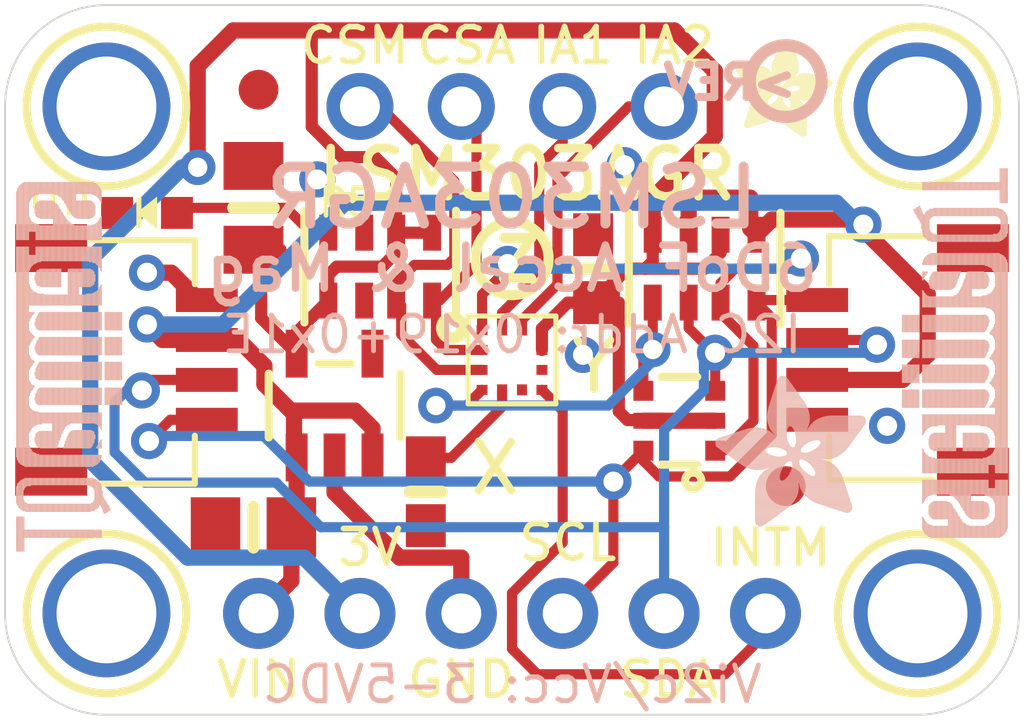
<source format=kicad_pcb>
(kicad_pcb (version 20211014) (generator pcbnew)
  (layers (0 "F.Cu" signal) (31 "B.Cu" signal) (34 "B.Paste" user) (35 "F.Paste" user) (36 "B.SilkS" user "B.Silkscreen") (37 "F.SilkS" user "F.Silkscreen") (38 "B.Mask" user) (39 "F.Mask" user) (44 "Edge.Cuts" user))
  (net 0 "")
  (net 1 "GND")
  (net 2 "SDA")
  (net 3 "SCL")
  (net 4 "SCL_3V")
  (net 5 "SDA_3V")
  (net 6 "3.3V")
  (net 7 "VCC")
  (net 8 "N$1")
  (net 9 "INTM_3V")
  (net 10 "INT2A_3V")
  (net 11 "INT1A_3V")
  (net 12 "N$2")
  (net 13 "CS_MAG")
  (net 14 "CS_ACCEL")
  (footprint "boardEagle:FIDUCIAL_1MM" (layer "F.Cu") (at 142.1511 98.2345)
    (fp_text reference "FID4" hide)
    (fp_text value "FIDUCIAL_1MM" hide)
    (pad "1" smd roundrect (at 0 0) (size 1 1) (layers "F.Cu" "F.Mask") (roundrect_rratio 0.5))
  )
  (footprint "boardEagle:MOUNTINGHOLE_2.5_PLATED" (layer "F.Cu") (at 158.6611 111.3536)
    (fp_text reference "U$21" hide)
    (fp_text value "MOUNTINGHOLE2.5" hide)
    (pad "P$1" thru_hole circle (at 0 0) (size 3.2 3.2) (drill 2.5) (layers *.Cu *.Mask))
  )
  (footprint "boardEagle:0805_10MGAP" (layer "F.Cu") (at 142.0241 101.1936 90)
    (fp_text reference "C3" hide)
    (fp_text value "10uF" hide)
    (pad "1" smd rect (at -1.05 0 90) (size 1.2 1.5) (layers "F.Cu" "F.Paste" "F.Mask") (net 6 "3.3V"))
    (pad "2" smd rect (at 1.05 0 90) (size 1.2 1.5) (layers "F.Cu" "F.Paste" "F.Mask") (net 1 "GND"))
  )
  (footprint "boardEagle:0603-NO@1" (layer "F.Cu") (at 146.3421 108.3056 -90)
    (fp_text reference "C4" hide)
    (fp_text value "220nF" hide)
    (pad "1" smd rect (at -0.85 0 270) (size 1.075 1) (layers "F.Cu" "F.Paste" "F.Mask") (net 12 "N$2"))
    (pad "2" smd rect (at 0.85 0 270) (size 1.075 1) (layers "F.Cu" "F.Paste" "F.Mask") (net 1 "GND"))
  )
  (footprint "boardEagle:CHIPLED_0603_NOOUTLINE" (layer "F.Cu") (at 139.3571 101.3206 90)
    (fp_text reference "D1" hide)
    (fp_text value "GREEN" hide)
    (pad "A" smd rect (at 0 0.75 90) (size 0.8 0.8) (layers "F.Cu" "F.Paste" "F.Mask") (net 8 "N$1"))
    (pad "C" smd rect (at 0 -0.75 90) (size 0.8 0.8) (layers "F.Cu" "F.Paste" "F.Mask") (net 1 "GND"))
  )
  (footprint "boardEagle:RESPACK_4X0603" (layer "F.Cu") (at 145.1991 102.6668)
    (fp_text reference "R5" (at -1.6 -1.6) (layer "F.SilkS") (effects (font (size 0.692831 0.692831) (thickness 0.119969)) (justify left)))
    (fp_text value "10K")
    (pad "1" smd rect (at -1.3 0.85) (size 0.45 0.9) (layers "F.Cu" "F.Paste" "F.Mask") (net 6 "3.3V"))
    (pad "2" smd rect (at -0.4 0.85) (size 0.45 0.9) (layers "F.Cu" "F.Paste" "F.Mask"))
    (pad "3" smd rect (at 0.4 0.85) (size 0.45 0.9) (layers "F.Cu" "F.Paste" "F.Mask") (net 13 "CS_MAG"))
    (pad "4" smd rect (at 1.3 0.85) (size 0.45 0.9) (layers "F.Cu" "F.Paste" "F.Mask") (net 14 "CS_ACCEL"))
    (pad "5" smd rect (at 1.3 -0.85) (size 0.45 0.9) (layers "F.Cu" "F.Paste" "F.Mask") (net 6 "3.3V"))
    (pad "6" smd rect (at 0.4 -0.85) (size 0.45 0.9) (layers "F.Cu" "F.Paste" "F.Mask") (net 6 "3.3V"))
    (pad "7" smd rect (at -0.4 -0.85) (size 0.45 0.9) (layers "F.Cu" "F.Paste" "F.Mask"))
    (pad "8" smd rect (at -1.3 -0.85) (size 0.45 0.9) (layers "F.Cu" "F.Paste" "F.Mask") (net 8 "N$1"))
  )
  (footprint "boardEagle:1X04_ROUND" (layer "F.Cu") (at 148.5011 98.6536)
    (fp_text reference "JP3" hide)
    (fp_text value "")
    (pad "1" thru_hole circle (at -3.81 0 90) (size 1.6764 1.6764) (drill 1) (layers *.Cu *.Mask) (net 13 "CS_MAG"))
    (pad "2" thru_hole circle (at -1.27 0 90) (size 1.6764 1.6764) (drill 1) (layers *.Cu *.Mask) (net 14 "CS_ACCEL"))
    (pad "3" thru_hole circle (at 1.27 0 90) (size 1.6764 1.6764) (drill 1) (layers *.Cu *.Mask) (net 11 "INT1A_3V"))
    (pad "4" thru_hole circle (at 3.81 0 90) (size 1.6764 1.6764) (drill 1) (layers *.Cu *.Mask) (net 10 "INT2A_3V"))
  )
  (footprint "boardEagle:SOT23-5" (layer "F.Cu") (at 144.0561 106.1466)
    (fp_text reference "U2" hide)
    (fp_text value "AP2112K-3.3" hide)
    (pad "1" smd rect (at -0.95 1.3001) (size 0.55 1.2) (layers "F.Cu" "F.Paste" "F.Mask") (net 7 "VCC"))
    (pad "2" smd rect (at 0 1.3001) (size 0.55 1.2) (layers "F.Cu" "F.Paste" "F.Mask") (net 1 "GND"))
    (pad "3" smd rect (at 0.95 1.3001) (size 0.55 1.2) (layers "F.Cu" "F.Paste" "F.Mask") (net 7 "VCC"))
    (pad "4" smd rect (at 0.95 -1.3001) (size 0.55 1.2) (layers "F.Cu" "F.Paste" "F.Mask"))
    (pad "5" smd rect (at -0.95 -1.3001) (size 0.55 1.2) (layers "F.Cu" "F.Paste" "F.Mask") (net 6 "3.3V"))
  )
  (footprint "boardEagle:JST_SH4" (layer "F.Cu") (at 138.3411 105.0036 -90)
    (fp_text reference "CONN4" hide)
    (fp_text value "STEMMA_I2C_QT" hide)
    (pad "1" smd rect (at -1.5 -2.514) (size 1.55 0.6) (layers "F.Cu" "F.Paste" "F.Mask") (net 1 "GND"))
    (pad "2" smd rect (at -0.5 -2.514) (size 1.55 0.6) (layers "F.Cu" "F.Paste" "F.Mask") (net 7 "VCC"))
    (pad "3" smd rect (at 0.5 -2.514) (size 1.55 0.6) (layers "F.Cu" "F.Paste" "F.Mask") (net 2 "SDA"))
    (pad "4" smd rect (at 1.5 -2.514) (size 1.55 0.6) (layers "F.Cu" "F.Paste" "F.Mask") (net 3 "SCL"))
    (pad "MT1" smd rect (at -2.8 1.386) (size 1.8 1.2) (layers "F.Cu" "F.Paste" "F.Mask"))
    (pad "MT2" smd rect (at 2.8 1.386) (size 1.8 1.2) (layers "F.Cu" "F.Paste" "F.Mask"))
  )
  (footprint "boardEagle:SOT363" (layer "F.Cu") (at 152.6921 106.5276 90)
    (fp_text reference "Q2" hide)
    (fp_text value "BSS138" hide)
    (pad "1" smd rect (at -0.75 0.9 90) (size 0.5 0.5) (layers "F.Cu" "F.Paste" "F.Mask") (net 4 "SCL_3V"))
    (pad "2" smd rect (at 0 0.9 90) (size 0.4 0.5) (layers "F.Cu" "F.Paste" "F.Mask") (net 6 "3.3V"))
    (pad "3" smd rect (at 0.75 0.9 90) (size 0.5 0.5) (layers "F.Cu" "F.Paste" "F.Mask") (net 2 "SDA"))
    (pad "4" smd rect (at 0.75 -0.9 90) (size 0.5 0.5) (layers "F.Cu" "F.Paste" "F.Mask") (net 5 "SDA_3V"))
    (pad "5" smd rect (at 0 -0.9 90) (size 0.4 0.5) (layers "F.Cu" "F.Paste" "F.Mask") (net 6 "3.3V"))
    (pad "6" smd rect (at -0.75 -0.9 90) (size 0.5 0.5) (layers "F.Cu" "F.Paste" "F.Mask") (net 3 "SCL"))
  )
  (footprint "boardEagle:JST_SH4" (layer "F.Cu") (at 158.6611 105.0036 90)
    (fp_text reference "CONN3" hide)
    (fp_text value "STEMMA_I2C_QT" hide)
    (pad "1" smd rect (at -1.5 -2.514 180) (size 1.55 0.6) (layers "F.Cu" "F.Paste" "F.Mask") (net 1 "GND"))
    (pad "2" smd rect (at -0.5 -2.514 180) (size 1.55 0.6) (layers "F.Cu" "F.Paste" "F.Mask") (net 7 "VCC"))
    (pad "3" smd rect (at 0.5 -2.514 180) (size 1.55 0.6) (layers "F.Cu" "F.Paste" "F.Mask") (net 2 "SDA"))
    (pad "4" smd rect (at 1.5 -2.514 180) (size 1.55 0.6) (layers "F.Cu" "F.Paste" "F.Mask") (net 3 "SCL"))
    (pad "MT1" smd rect (at -2.8 1.386 180) (size 1.8 1.2) (layers "F.Cu" "F.Paste" "F.Mask"))
    (pad "MT2" smd rect (at 2.8 1.386 180) (size 1.8 1.2) (layers "F.Cu" "F.Paste" "F.Mask"))
  )
  (footprint "boardEagle:1X06_ROUND_70" (layer "F.Cu") (at 148.5011 111.3536)
    (fp_text reference "JP1" hide)
    (fp_text value "")
    (pad "1" thru_hole circle (at -6.35 0 90) (size 1.778 1.778) (drill 1) (layers *.Cu *.Mask) (net 7 "VCC"))
    (pad "2" thru_hole circle (at -3.81 0 90) (size 1.778 1.778) (drill 1) (layers *.Cu *.Mask) (net 6 "3.3V"))
    (pad "3" thru_hole circle (at -1.27 0 90) (size 1.778 1.778) (drill 1) (layers *.Cu *.Mask) (net 1 "GND"))
    (pad "4" thru_hole circle (at 1.27 0 90) (size 1.778 1.778) (drill 1) (layers *.Cu *.Mask) (net 3 "SCL"))
    (pad "5" thru_hole circle (at 3.81 0 90) (size 1.778 1.778) (drill 1) (layers *.Cu *.Mask) (net 2 "SDA"))
    (pad "6" thru_hole circle (at 6.35 0 90) (size 1.778 1.778) (drill 1) (layers *.Cu *.Mask) (net 9 "INTM_3V"))
  )
  (footprint "boardEagle:RESPACK_4X0603" (layer "F.Cu") (at 153.3271 102.7176 180)
    (fp_text reference "R3" hide)
    (fp_text value "10K" hide)
    (pad "1" smd rect (at -1.3 0.85 180) (size 0.45 0.9) (layers "F.Cu" "F.Paste" "F.Mask") (net 7 "VCC"))
    (pad "2" smd rect (at -0.4 0.85 180) (size 0.45 0.9) (layers "F.Cu" "F.Paste" "F.Mask") (net 6 "3.3V"))
    (pad "3" smd rect (at 0.4 0.85 180) (size 0.45 0.9) (layers "F.Cu" "F.Paste" "F.Mask") (net 7 "VCC"))
    (pad "4" smd rect (at 1.3 0.85 180) (size 0.45 0.9) (layers "F.Cu" "F.Paste" "F.Mask") (net 6 "3.3V"))
    (pad "5" smd rect (at 1.3 -0.85 180) (size 0.45 0.9) (layers "F.Cu" "F.Paste" "F.Mask") (net 5 "SDA_3V"))
    (pad "6" smd rect (at 0.4 -0.85 180) (size 0.45 0.9) (layers "F.Cu" "F.Paste" "F.Mask") (net 2 "SDA"))
    (pad "7" smd rect (at -0.4 -0.85 180) (size 0.45 0.9) (layers "F.Cu" "F.Paste" "F.Mask") (net 4 "SCL_3V"))
    (pad "8" smd rect (at -1.3 -0.85 180) (size 0.45 0.9) (layers "F.Cu" "F.Paste" "F.Mask") (net 3 "SCL"))
  )
  (footprint "boardEagle:MOUNTINGHOLE_2.5_PLATED" (layer "F.Cu") (at 158.6611 98.6536)
    (fp_text reference "U$17" hide)
    (fp_text value "MOUNTINGHOLE2.5" hide)
    (pad "P$1" thru_hole circle (at 0 0) (size 3.2 3.2) (drill 2.5) (layers *.Cu *.Mask))
  )
  (footprint "boardEagle:0805-NO" (layer "F.Cu") (at 142.0241 109.1946 180)
    (fp_text reference "C2" hide)
    (fp_text value "10uF" hide)
    (pad "1" smd rect (at -0.95 0 180) (size 1.24 1.5) (layers "F.Cu" "F.Paste" "F.Mask") (net 7 "VCC"))
    (pad "2" smd rect (at 0.95 0 180) (size 1.24 1.5) (layers "F.Cu" "F.Paste" "F.Mask") (net 1 "GND"))
  )
  (footprint "boardEagle:MOUNTINGHOLE_2.5_PLATED" (layer "F.Cu") (at 138.3411 98.6536)
    (fp_text reference "U$1" hide)
    (fp_text value "MOUNTINGHOLE2.5" hide)
    (pad "P$1" thru_hole circle (at 0 0) (size 3.2 3.2) (drill 2.5) (layers *.Cu *.Mask))
  )
  (footprint "boardEagle:FIDUCIAL_1MM" (layer "F.Cu") (at 155.3591 108.1659)
    (fp_text reference "FID3" hide)
    (fp_text value "FIDUCIAL_1MM" hide)
    (pad "1" smd roundrect (at 0 0) (size 1 1) (layers "F.Cu" "F.Mask") (roundrect_rratio 0.5))
  )
  (footprint "boardEagle:0603-NO@1" (layer "F.Cu") (at 150.5331 102.7176 90)
    (fp_text reference "C1" hide)
    (fp_text value "0.1uF" hide)
    (pad "1" smd rect (at -0.85 0 90) (size 1.075 1) (layers "F.Cu" "F.Paste" "F.Mask") (net 6 "3.3V"))
    (pad "2" smd rect (at 0.85 0 90) (size 1.075 1) (layers "F.Cu" "F.Paste" "F.Mask") (net 1 "GND"))
  )
  (footprint "boardEagle:LGA12_2X2MM" (layer "F.Cu") (at 148.5011 105.0036)
    (fp_text reference "U$2" hide)
    (fp_text value "LSM303AGR" hide)
    (pad "1" smd rect (at -0.75 -0.75) (size 0.275 0.25) (layers "F.Cu" "F.Paste" "F.Mask") (net 4 "SCL_3V"))
    (pad "2" smd rect (at -0.75 -0.25) (size 0.275 0.25) (layers "F.Cu" "F.Paste" "F.Mask") (net 14 "CS_ACCEL"))
    (pad "3" smd rect (at -0.75 0.25) (size 0.275 0.25) (layers "F.Cu" "F.Paste" "F.Mask") (net 13 "CS_MAG"))
    (pad "4" smd rect (at -0.75 0.75) (size 0.275 0.25) (layers "F.Cu" "F.Paste" "F.Mask") (net 5 "SDA_3V"))
    (pad "5" smd rect (at -0.25 0.75 90) (size 0.275 0.25) (layers "F.Cu" "F.Paste" "F.Mask") (net 12 "N$2"))
    (pad "6" smd rect (at 0.25 0.75 90) (size 0.275 0.25) (layers "F.Cu" "F.Paste" "F.Mask") (net 1 "GND"))
    (pad "7" smd rect (at 0.75 0.75 180) (size 0.275 0.25) (layers "F.Cu" "F.Paste" "F.Mask") (net 9 "INTM_3V"))
    (pad "8" smd rect (at 0.75 0.25 180) (size 0.275 0.25) (layers "F.Cu" "F.Paste" "F.Mask") (net 1 "GND"))
    (pad "9" smd rect (at 0.75 -0.25 180) (size 0.275 0.25) (layers "F.Cu" "F.Paste" "F.Mask") (net 6 "3.3V"))
    (pad "10" smd rect (at 0.75 -0.75 180) (size 0.275 0.25) (layers "F.Cu" "F.Paste" "F.Mask") (net 6 "3.3V"))
    (pad "11" smd rect (at 0.25 -0.75 270) (size 0.275 0.25) (layers "F.Cu" "F.Paste" "F.Mask") (net 10 "INT2A_3V"))
    (pad "12" smd rect (at -0.25 -0.75 270) (size 0.275 0.25) (layers "F.Cu" "F.Paste" "F.Mask") (net 11 "INT1A_3V"))
  )
  (footprint "boardEagle:MOUNTINGHOLE_2.5_PLATED" (layer "F.Cu") (at 138.3411 111.3536)
    (fp_text reference "U$19" hide)
    (fp_text value "MOUNTINGHOLE2.5" hide)
    (pad "P$1" thru_hole circle (at 0 0) (size 3.2 3.2) (drill 2.5) (layers *.Cu *.Mask))
  )
  (footprint "boardEagle:ADAFRUIT_2.5MM" (layer "F.Cu") (at 154.0891 99.4156)
    (fp_text reference "U$40" hide)
    (fp_text value "" hide)
  )
  (footprint "boardEagle:STEMMAQT" (layer "B.Cu") (at 138.7221 100.5586 -90)
    (fp_text reference "U$31" hide)
    (fp_text value "" hide)
  )
  (footprint "boardEagle:ADAFRUIT_3.5MM" (layer "B.Cu") (at 157.3911 109.1946 180)
    (fp_text reference "U$20" hide)
    (fp_text value "" hide)
  )
  (footprint "boardEagle:STEMMAQT" (layer "B.Cu") (at 158.2801 109.4486 90)
    (fp_text reference "U$30" hide)
    (fp_text value "" hide)
  )
  (footprint "boardEagle:PCBFEAT-REV-040" (layer "B.Cu") (at 155.3591 98.0186 180)
    (fp_text reference "U$25" hide)
    (fp_text value "" hide)
    (fp_text user ">REV" (at -0.3556 -0.508) (layer "B.SilkS") (effects (font (size 0.8128 0.8128) (thickness 0.2032)) (justify left bottom mirror)))
  )
  (gr_circle (center 148.5011 102.4636) (end 149.416909 102.4636) (layer "F.SilkS") (width 0.254) (fill none))
  (gr_arc (start 161.2011 111.3536) (mid 160.457151 113.149651) (end 158.6611 113.8936) (layer "Edge.Cuts") (width 0.05))
  (gr_arc (start 135.8011 98.6536) (mid 136.545049 96.857549) (end 138.3411 96.1136) (layer "Edge.Cuts") (width 0.05))
  (gr_line (start 138.3411 113.8936) (end 158.6611 113.8936) (layer "Edge.Cuts") (width 0.05))
  (gr_line (start 158.6611 96.1136) (end 138.3411 96.1136) (layer "Edge.Cuts") (width 0.05))
  (gr_arc (start 138.3411 113.8936) (mid 136.545049 113.149651) (end 135.8011 111.3536) (layer "Edge.Cuts") (width 0.05))
  (gr_line (start 161.2011 111.3536) (end 161.2011 98.6536) (layer "Edge.Cuts") (width 0.05))
  (gr_line (start 135.8011 98.6536) (end 135.8011 111.3536) (layer "Edge.Cuts") (width 0.05))
  (gr_arc (start 158.6611 96.1136) (mid 160.457151 96.857549) (end 161.2011 98.6536) (layer "Edge.Cuts") (width 0.05))
  (gr_text "6DoF Accel & Mag" (at 148.5011 102.7176) (layer "B.SilkS") (effects (font (size 1.0795 1.0795) (thickness 0.1905)) (justify mirror)))
  (gr_text "I2C Addr: 0x19+0x1E" (at 148.5011 104.3686) (layer "B.SilkS") (effects (font (size 0.89408 0.89408) (thickness 0.12192)) (justify mirror)))
  (gr_text "LSM303AGR" (at 148.5011 100.9396) (layer "B.SilkS") (effects (font (size 1.42494 1.42494) (thickness 0.25146)) (justify mirror)))
  (gr_text "Vi2c/Vcc: 3-5VDC" (at 148.5011 113.1316) (layer "B.SilkS") (effects (font (size 0.89408 0.89408) (thickness 0.12192)) (justify mirror)))
  (gr_text "Y" (at 149.8981 105.8926) (layer "F.SilkS") (effects (font (size 1.223264 1.223264) (thickness 0.199136)) (justify left bottom)))
  (gr_text "IA1" (at 150.0251 97.1296) (layer "F.SilkS") (effects (font (size 0.87376 0.87376) (thickness 0.14224))))
  (gr_text "GND" (at 147.2311 113.0046) (layer "F.SilkS") (effects (font (size 0.87376 0.87376) (thickness 0.14224))))
  (gr_text "IA2" (at 152.5651 97.1296) (layer "F.SilkS") (effects (font (size 0.87376 0.87376) (thickness 0.14224))))
  (gr_text "SDA" (at 152.4381 113.0046) (layer "F.SilkS") (effects (font (size 0.87376 0.87376) (thickness 0.14224))))
  (gr_text "INTM" (at 154.9781 109.7026) (layer "F.SilkS") (effects (font (size 0.87376 0.87376) (thickness 0.14224))))
  (gr_text "SCL" (at 149.8981 109.5756) (layer "F.SilkS") (effects (font (size 0.87376 0.87376) (thickness 0.14224))))
  (gr_text "3V" (at 144.9451 109.7026) (layer "F.SilkS") (effects (font (size 0.87376 0.87376) (thickness 0.14224))))
  (gr_text "Z" (at 147.9931 103.0986) (layer "F.SilkS") (effects (font (size 1.016 1.016) (thickness 0.254)) (justify left bottom)))
  (gr_text "CSA" (at 147.3581 97.1296) (layer "F.SilkS") (effects (font (size 0.87376 0.87376) (thickness 0.14224))))
  (gr_text "CSM" (at 144.5641 97.1296) (layer "F.SilkS") (effects (font (size 0.87376 0.87376) (thickness 0.14224))))
  (gr_text "on" (at 136.3091 101.4476) (layer "F.SilkS") (effects (font (size 0.89408 0.89408) (thickness 0.12192)) (justify left bottom)))
  (gr_text "X" (at 147.3581 108.4326) (layer "F.SilkS") (effects (font (size 1.223264 1.223264) (thickness 0.199136)) (justify left bottom)))
  (gr_text "VIN" (at 142.1511 113.0046) (layer "F.SilkS") (effects (font (size 0.87376 0.87376) (thickness 0.14224))))
  (gr_text "LSM303AGR" (at 148.8821 100.3554) (layer "F.SilkS") (effects (font (size 1.20904 1.20904) (thickness 0.21336))))
  (segment (start 145.685262 109.9566) (end 147.2311 109.9566) (width 0.4064) (layer "F.Cu") (net 1))
  (segment (start 144.0561 107.4467) (end 144.0561 108.327438) (width 0.4064) (layer "F.Cu") (net 1))
  (segment (start 144.0561 108.327438) (end 145.685262 109.9566) (width 0.4064) (layer "F.Cu") (net 1))
  (segment (start 147.2311 109.9566) (end 147.2311 111.3536) (width 0.4064) (layer "F.Cu") (net 1))
  (segment (start 139.9667 102.8192) (end 139.3571 102.8192) (width 0.4064) (layer "F.Cu") (net 1))
  (segment (start 140.8551 103.5036) (end 140.6511 103.5036) (width 0.4064) (layer "F.Cu") (net 1))
  (segment (start 140.6511 103.5036) (end 139.9667 102.8192) (width 0.4064) (layer "F.Cu") (net 1))
  (via (at 143.6243 100.4824) (size 0.9064) (drill 0.5) (layers "F.Cu" "B.Cu") (net 1))
  (via (at 157.8991 106.6546) (size 0.9064) (drill 0.5) (layers "F.Cu" "B.Cu") (net 1))
  (via (at 151.3205 100.1268) (size 0.9064) (drill 0.5) (layers "F.Cu" "B.Cu") (net 1))
  (via (at 150.2791 104.8766) (size 0.9064) (drill 0.5) (layers "F.Cu" "B.Cu") (net 1))
  (via (at 139.3571 102.8192) (size 0.9064) (drill 0.5) (layers "F.Cu" "B.Cu") (net 1))
  (segment (start 153.5875 104.8258) (end 153.5875 104.7616) (width 0.254) (layer "F.Cu") (net 2))
  (segment (start 153.5921 104.7616) (end 153.5921 105.7776) (width 0.254) (layer "F.Cu") (net 2))
  (segment (start 153.5503 104.8258) (end 152.9271 104.2026) (width 0.254) (layer "F.Cu") (net 2))
  (segment (start 140.8551 105.5036) (end 139.227306 105.5036) (width 0.254) (layer "F.Cu") (net 2))
  (segment (start 139.227306 105.5036) (end 139.227306 105.768394) (width 0.254) (layer "F.Cu") (net 2))
  (segment (start 156.1471 104.5036) (end 157.5261 104.5036) (width 0.254) (layer "F.Cu") (net 2))
  (segment (start 153.5921 104.7616) (end 153.5875 104.7616) (width 0.254) (layer "F.Cu") (net 2))
  (segment (start 152.9271 103.5676) (end 152.9271 104.2026) (width 0.254) (layer "F.Cu") (net 2))
  (segment (start 157.5261 104.5036) (end 157.6451 104.6226) (width 0.254) (layer "F.Cu") (net 2))
  (segment (start 153.5875 104.8258) (end 153.5503 104.8258) (width 0.254) (layer "F.Cu") (net 2))
  (via (at 153.5875 104.8258) (size 0.9064) (drill 0.5) (layers "F.Cu" "B.Cu") (net 2))
  (via (at 139.227306 105.768394) (size 0.9064) (drill 0.5) (layers "F.Cu" "B.Cu") (net 2))
  (via (at 157.6451 104.6226) (size 0.9064) (drill 0.5) (layers "F.Cu" "B.Cu") (net 2))
  (segment (start 139.3063 108.077) (end 142.5926 108.077) (width 0.254) (layer "B.Cu") (net 2))
  (segment (start 153.3081 105.7656) (end 152.3111 106.7626) (width 0.254) (layer "B.Cu") (net 2))
  (segment (start 138.5443 106.0704) (end 138.5443 107.315) (width 0.254) (layer "B.Cu") (net 2))
  (segment (start 157.6451 104.6226) (end 157.4419 104.8258) (width 0.254) (layer "B.Cu") (net 2))
  (segment (start 153.5113 104.8258) (end 153.3081 105.029) (width 0.254) (layer "B.Cu") (net 2))
  (segment (start 139.201906 105.742994) (end 138.871706 105.742994) (width 0.254) (layer "B.Cu") (net 2))
  (segment (start 152.3111 106.7626) (end 152.3111 109.1946) (width 0.254) (layer "B.Cu") (net 2))
  (segment (start 157.4419 104.8258) (end 153.5875 104.8258) (width 0.254) (layer "B.Cu") (net 2))
  (segment (start 153.3081 105.029) (end 153.3081 105.7656) (width 0.254) (layer "B.Cu") (net 2))
  (segment (start 139.227306 105.768394) (end 139.201906 105.742994) (width 0.254) (layer "B.Cu") (net 2))
  (segment (start 152.3111 109.1946) (end 152.3111 111.3536) (width 0.254) (layer "B.Cu") (net 2))
  (segment (start 143.7102 109.1946) (end 152.3111 109.1946) (width 0.254) (layer "B.Cu") (net 2))
  (segment (start 138.5443 107.315) (end 139.3063 108.077) (width 0.254) (layer "B.Cu") (net 2))
  (segment (start 142.5926 108.077) (end 143.7102 109.1946) (width 0.254) (layer "B.Cu") (net 2))
  (segment (start 153.5875 104.8258) (end 153.5113 104.8258) (width 0.254) (layer "B.Cu") (net 2))
  (segment (start 138.871706 105.742994) (end 138.5443 106.0704) (width 0.254) (layer "B.Cu") (net 2))
  (segment (start 151.7921 107.2776) (end 151.0411 108.0286) (width 0.254) (layer "F.Cu") (net 3))
  (segment (start 155.0081 103.9486) (end 155.0081 106.8786) (width 0.254) (layer "F.Cu") (net 3))
  (segment (start 139.9399 106.5036) (end 139.4079 107.0356) (width 0.254) (layer "F.Cu") (net 3))
  (segment (start 151.0411 108.0516) (end 151.0411 108.0286) (width 0.254) (layer "F.Cu") (net 3))
  (segment (start 140.8551 106.5036) (end 139.9399 106.5036) (width 0.254) (layer "F.Cu") (net 3))
  (segment (start 151.0411 110.0836) (end 149.7711 111.3536) (width 0.254) (layer "F.Cu") (net 3))
  (segment (start 151.7916 107.5321) (end 151.7916 107.2781) (width 0.254) (layer "F.Cu") (net 3))
  (segment (start 154.6271 103.5676) (end 155.0081 103.9486) (width 0.254) (layer "F.Cu") (net 3))
  (segment (start 151.0411 108.0516) (end 151.0411 110.0836) (width 0.254) (layer "F.Cu") (net 3))
  (segment (start 155.0081 106.8786) (end 153.9621 107.9246) (width 0.254) (layer "F.Cu") (net 3))
  (segment (start 152.1841 107.9246) (end 151.7916 107.5321) (width 0.254) (layer "F.Cu") (net 3))
  (segment (start 151.7921 107.2776) (end 151.7916 107.2781) (width 0.254) (layer "F.Cu") (net 3))
  (segment (start 154.6911 103.5036) (end 154.6271 103.5676) (width 0.254) (layer "F.Cu") (net 3))
  (segment (start 156.1471 103.5036) (end 154.6911 103.5036) (width 0.254) (layer "F.Cu") (net 3))
  (segment (start 153.9621 107.9246) (end 152.1841 107.9246) (width 0.254) (layer "F.Cu") (net 3))
  (via (at 151.0411 108.0516) (size 0.9064) (drill 0.5) (layers "F.Cu" "B.Cu") (net 3))
  (via (at 139.4079 107.0356) (size 0.9064) (drill 0.5) (layers "F.Cu" "B.Cu") (net 3))
  (segment (start 151.0411 108.0516) (end 143.4211 108.0516) (width 0.254) (layer "B.Cu") (net 3))
  (segment (start 139.4079 107.0356) (end 139.5349 106.9086) (width 0.254) (layer "B.Cu") (net 3))
  (segment (start 143.4211 108.0516) (end 142.2781 106.9086) (width 0.254) (layer "B.Cu") (net 3))
  (segment (start 142.2781 106.9086) (end 139.5349 106.9086) (width 0.254) (layer "B.Cu") (net 3))
  (segment (start 153.5921 107.2776) (end 153.8009 107.2776) (width 0.254) (layer "F.Cu") (net 4))
  (segment (start 148.3908 102.7249) (end 147.7511 103.3646) (width 0.254) (layer "F.Cu") (net 4))
  (segment (start 147.7511 104.2536) (end 147.7511 103.3646) (width 0.254) (layer "F.Cu") (net 4))
  (segment (start 155.4861 102.7176) (end 155.7401 102.4636) (width 0.254) (layer "F.Cu") (net 4))
  (segment (start 153.7271 103.5676) (end 153.7271 103.0796) (width 0.254) (layer "F.Cu") (net 4))
  (segment (start 153.7271 103.8288) (end 154.5509 104.6526) (width 0.254) (layer "F.Cu") (net 4))
  (segment (start 153.7271 103.0796) (end 154.0891 102.7176) (width 0.254) (layer "F.Cu") (net 4))
  (segment (start 154.5509 104.6526) (end 154.5509 106.5276) (width 0.254) (layer "F.Cu") (net 4))
  (segment (start 154.5509 106.5276) (end 153.8009 107.2776) (width 0.254) (layer "F.Cu") (net 4))
  (segment (start 153.7271 103.5676) (end 153.7271 103.8288) (width 0.254) (layer "F.Cu") (net 4))
  (segment (start 155.4861 102.7176) (end 154.0891 102.7176) (width 0.254) (layer "F.Cu") (net 4))
  (segment (start 148.3908 102.5906) (end 148.3908 102.7249) (width 0.254) (layer "F.Cu") (net 4))
  (via (at 148.3908 102.5906) (size 0.889) (drill 0.4826) (layers "F.Cu" "B.Cu") (net 4))
  (via (at 155.7401 102.4636) (size 0.9064) (drill 0.5) (layers "F.Cu" "B.Cu") (net 4))
  (segment (start 148.3908 102.5906) (end 148.5178 102.7176) (width 0.254) (layer "B.Cu") (net 4))
  (segment (start 155.4861 102.7176) (end 155.7401 102.4636) (width 0.254) (layer "B.Cu") (net 4))
  (segment (start 148.5178 102.7176) (end 155.4861 102.7176) (width 0.254) (layer "B.Cu") (net 4))
  (segment (start 147.3581 106.1466) (end 146.5961 106.1466) (width 0.254) (layer "F.Cu") (net 5))
  (segment (start 151.7921 105.7776) (end 151.7921 104.9776) (width 0.254) (layer "F.Cu") (net 5))
  (segment (start 152.0271 103.5676) (end 152.0271 104.7426) (width 0.254) (layer "F.Cu") (net 5))
  (segment (start 151.7921 104.9776) (end 152.0271 104.7426) (width 0.254) (layer "F.Cu") (net 5))
  (segment (start 147.7511 105.7536) (end 147.3581 106.1466) (width 0.254) (layer "F.Cu") (net 5))
  (via (at 146.5961 106.1466) (size 0.889) (drill 0.4826) (layers "F.Cu" "B.Cu") (net 5))
  (via (at 152.0271 104.7426) (size 0.889) (drill 0.4826) (layers "F.Cu" "B.Cu") (net 5))
  (segment (start 146.5961 106.1466) (end 150.9141 106.1466) (width 0.254) (layer "B.Cu") (net 5))
  (segment (start 152.0271 105.0336) (end 152.0271 104.7426) (width 0.254) (layer "B.Cu") (net 5))
  (segment (start 152.0271 105.0336) (end 150.9141 106.1466) (width 0.254) (layer "B.Cu") (net 5))
  (segment (start 151.0501 103.0596) (end 151.3921 102.7176) (width 0.3048) (layer "F.Cu") (net 6))
  (segment (start 153.5811 99.397732) (end 153.5811 97.7646) (width 0.4064) (layer "F.Cu") (net 6))
  (segment (start 143.8991 103.5168) (end 143.8991 102.8746) (width 0.3048) (layer "F.Cu") (net 6))
  (segment (start 144.2466 99.9236) (end 143.4846 99.1616) (width 0.3048) (layer "F.Cu") (net 6))
  (segment (start 150.5331 103.5676) (end 151.0501 103.5676) (width 0.3048) (layer "F.Cu") (net 6))
  (segment (start 152.1667 106.5102) (end 152.1841 106.5276) (width 0.3048) (layer "F.Cu") (net 6))
  (segment (start 141.5161 96.7486) (end 143.4846 96.7486) (width 0.4064) (layer "F.Cu") (net 6))
  (segment (start 143.8991 102.8746) (end 144.1069 102.6668) (width 0.3048) (layer "F.Cu") (net 6))
  (segment (start 151.1771 106.292494) (end 151.394806 106.5102) (width 0.3048) (layer "F.Cu") (net 6))
  (segment (start 142.2171 102.4366) (end 142.2171 103.9575) (width 0.3048) (layer "F.Cu") (net 6))
  (segment (start 142.7021 102.2436) (end 142.0241 102.2436) (width 0.3048) (layer "F.Cu") (net 6))
  (segment (start 149.2511 104.2536) (end 149.2511 104.2146) (width 0.3048) (layer "F.Cu") (net 6))
  (segment (start 153.3271 102.7176) (end 151.8401 102.7176) (width 0.3048) (layer "F.Cu") (net 6))
  (segment (start 145.5991 101.8168) (end 146.4991 101.8168) (width 0.3048) (layer "F.Cu") (net 6))
  (segment (start 151.0501 103.0596) (end 151.0501 103.5676) (width 0.3048) (layer "F.Cu") (net 6))
  (segment (start 143.4846 99.1616) (end 143.4846 96.7486) (width 0.3048) (layer "F.Cu") (net 6))
  (segment (start 151.1771 103.5676) (end 151.1771 106.292494) (width 0.3048) (layer "F.Cu") (net 6))
  (segment (start 140.6271 97.6376) (end 141.5161 96.7486) (width 0.4064) (layer "F.Cu") (net 6))
  (segment (start 153.7271 101.8676) (end 153.7271 102.3176) (width 0.3048) (layer "F.Cu") (net 6))
  (segment (start 142.2171 102.4366) (end 142.0241 102.2436) (width 0.3048) (layer "F.Cu") (net 6))
  (segment (start 152.0271 101.8676) (end 152.0271 102.5306) (width 0.3048) (layer "F.Cu") (net 6))
  (segment (start 152.0271 100.951732) (end 153.5811 99.397732) (width 0.4064) (layer "F.Cu") (net 6))
  (segment (start 150.5331 103.5676) (end 149.8981 103.5676) (width 0.3048) (layer "F.Cu") (net 6))
  (segment (start 149.2511 104.7536) (end 149.2511 104.2536) (width 0.3048) (layer "F.Cu") (net 6))
  (segment (start 144.2466 99.9236) (end 145.0721 99.9236) (width 0.3048) (layer "F.Cu") (net 6))
  (segment (start 150.5331 103.5676) (end 151.3831 102.7176) (width 0.3048) (layer "F.Cu") (net 6))
  (segment (start 153.7271 102.3176) (end 153.3271 102.7176) (width 0.3048) (layer "F.Cu") (net 6))
  (segment (start 151.3831 102.7176) (end 151.3921 102.7176) (width 0.3048) (layer "F.Cu") (net 6))
  (segment (start 151.8401 102.7176) (end 151.3921 102.7176) (width 0.3048) (layer "F.Cu") (net 6))
  (segment (start 143.1061 104.8465) (end 143.1061 104.3098) (width 0.3048) (layer "F.Cu") (net 6))
  (segment (start 149.8981 103.5676) (end 149.2511 104.2146) (width 0.3048) (layer "F.Cu") (net 6))
  (segment (start 143.1061 104.3098) (end 143.8991 103.5168) (width 0.3048) (layer "F.Cu") (net 6))
  (segment (start 152.0271 101.8676) (end 152.0271 100.951732) (width 0.4064) (layer "F.Cu") (net 6))
  (segment (start 152.5651 96.7486) (end 153.5811 97.7646) (width 0.4064) (layer "F.Cu") (net 6))
  (segment (start 144.1069 102.6668) (end 145.2499 102.6668) (width 0.3048) (layer "F.Cu") (net 6))
  (segment (start 151.394806 106.5102) (end 152.1667 106.5102) (width 0.3048) (layer "F.Cu") (net 6))
  (segment (start 143.1061 104.8465) (end 142.2171 103.9575) (width 0.3048) (layer "F.Cu") (net 6))
  (segment (start 151.0501 103.5676) (end 151.1771 103.5676) (width 0.3048) (layer "F.Cu") (net 6))
  (segment (start 145.5991 102.3176) (end 145.5991 101.8168) (width 0.3048) (layer "F.Cu") (net 6))
  (segment (start 140.6271 97.6376) (end 140.6271 100.1776) (width 0.4064) (layer "F.Cu") (net 6))
  (segment (start 151.7921 106.5276) (end 152.1841 106.5276) (width 0.4064) (layer "F.Cu") (net 6))
  (segment (start 143.4846 96.7486) (end 152.5651 96.7486) (width 0.4064) (layer "F.Cu") (net 6))
  (segment (start 145.5991 100.4506) (end 145.5991 101.8168) (width 0.3048) (layer "F.Cu") (net 6))
  (segment (start 145.0721 99.9236) (end 145.5991 100.4506) (width 0.3048) (layer "F.Cu") (net 6))
  (segment (start 152.1841 106.5276) (end 153.5921 106.5276) (width 0.4064) (layer "F.Cu") (net 6))
  (segment (start 145.2499 102.6668) (end 145.5991 102.3176) (width 0.3048) (layer "F.Cu") (net 6))
  (segment (start 152.0271 102.5306) (end 151.8401 102.7176) (width 0.3048) (layer "F.Cu") (net 6))
  (via (at 140.6271 100.1776) (size 0.889) (drill 0.4826) (layers "F.Cu" "B.Cu") (net 6))
  (segment (start 140.6271 100.1776) (end 140.2461 100.1776) (width 0.4064) (layer "B.Cu") (net 6))
  (segment (start 144.6911 111.3536) (end 143.2941 109.9566) (width 0.4064) (layer "B.Cu") (net 6))
  (segment (start 140.3731 109.9566) (end 137.9347 107.5182) (width 0.4064) (layer "B.Cu") (net 6))
  (segment (start 137.9347 107.5182) (end 137.9347 102.489) (width 0.4064) (layer "B.Cu") (net 6))
  (segment (start 143.2941 109.9566) (end 140.3731 109.9566) (width 0.4064) (layer "B.Cu") (net 6))
  (segment (start 137.9347 102.489) (end 140.2461 100.1776) (width 0.4064) (layer "B.Cu") (net 6))
  (segment (start 143.0401 106.2736) (end 143.0401 106.357238) (width 0.4064) (layer "F.Cu") (net 7))
  (segment (start 143.1061 107.4467) (end 143.0401 107.4467) (width 0.4064) (layer "F.Cu") (net 7))
  (segment (start 154.4701 100.9396) (end 154.4701 101.7106) (width 0.4064) (layer "F.Cu") (net 7))
  (segment (start 144.5641 106.2736) (end 143.0401 106.2736) (width 0.4064) (layer "F.Cu") (net 7))
  (segment (start 152.9271 101.8676) (end 152.9271 100.9586) (width 0.4064) (layer "F.Cu") (net 7))
  (segment (start 157.3031 101.6136) (end 157.1761 101.4866) (width 0.4064) (layer "F.Cu") (net 7))
  (segment (start 157.3031 101.7406) (end 157.3031 101.6136) (width 0.4064) (layer "F.Cu") (net 7))
  (segment (start 157.1761 101.4866) (end 155.0081 101.4866) (width 0.4064) (layer "F.Cu") (net 7))
  (segment (start 142.2977 105.1502) (end 142.2977 105.614838) (width 0.4064) (layer "F.Cu") (net 7))
  (segment (start 142.9741 110.5306) (end 142.9741 109.1946) (width 0.4064) (layer "F.Cu") (net 7))
  (segment (start 154.6271 101.8676) (end 155.0081 101.4866) (width 0.4064) (layer "F.Cu") (net 7))
  (segment (start 158.2881 105.5036) (end 158.9151 104.8766) (width 0.4064) (layer "F.Cu") (net 7))
  (segment (start 140.8551 104.5036) (end 139.7461 104.5036) (width 0.4064) (layer "F.Cu") (net 7))
  (segment (start 152.9461 100.9396) (end 154.4701 100.9396) (width 0.4064) (layer "F.Cu") (net 7))
  (segment (start 143.0401 106.357238) (end 143.0401 107.4467) (width 0.4064) (layer "F.Cu") (net 7))
  (segment (start 143.1061 107.4467) (end 143.1061 109.0626) (width 0.4064) (layer "F.Cu") (net 7))
  (segment (start 152.9271 100.9586) (end 152.9461 100.9396) (width 0.4064) (layer "F.Cu") (net 7))
  (segment (start 158.9151 103.3526) (end 157.3031 101.7406) (width 0.4064) (layer "F.Cu") (net 7))
  (segment (start 139.7461 104.5036) (end 139.3571 104.1146) (width 0.4064) (layer "F.Cu") (net 7))
  (segment (start 140.8551 104.5036) (end 141.6511 104.5036) (width 0.4064) (layer "F.Cu") (net 7))
  (segment (start 141.6511 104.5036) (end 142.2977 105.1502) (width 0.4064) (layer "F.Cu") (net 7))
  (segment (start 158.9151 104.8766) (end 158.9151 103.3526) (width 0.4064) (layer "F.Cu") (net 7))
  (segment (start 145.0061 106.7156) (end 144.5641 106.2736) (width 0.4064) (layer "F.Cu") (net 7))
  (segment (start 142.1511 111.3536) (end 142.9741 110.5306) (width 0.4064) (layer "F.Cu") (net 7))
  (segment (start 142.2977 105.614838) (end 143.0401 106.357238) (width 0.4064) (layer "F.Cu") (net 7))
  (segment (start 143.1061 109.0626) (end 142.9741 109.1946) (width 0.4064) (layer "F.Cu") (net 7))
  (segment (start 145.0061 107.4467) (end 145.0061 106.7156) (width 0.4064) (layer "F.Cu") (net 7))
  (segment (start 156.1471 105.5036) (end 158.2881 105.5036) (width 0.4064) (layer "F.Cu") (net 7))
  (segment (start 154.4701 101.7106) (end 154.6271 101.8676) (width 0.4064) (layer "F.Cu") (net 7))
  (via (at 139.3571 104.1146) (size 0.9064) (drill 0.5) (layers "F.Cu" "B.Cu") (net 7))
  (via (at 157.3031 101.6136) (size 0.9064) (drill 0.5) (layers "F.Cu" "B.Cu") (net 7))
  (segment (start 144.3101 101.0666) (end 141.2621 104.1146) (width 0.4064) (layer "B.Cu") (net 7))
  (segment (start 157.1761 101.6136) (end 156.6291 101.0666) (width 0.4064) (layer "B.Cu") (net 7))
  (segment (start 156.6291 101.0666) (end 144.3101 101.0666) (width 0.4064) (layer "B.Cu") (net 7))
  (segment (start 139.3571 104.1146) (end 141.2621 104.1146) (width 0.4064) (layer "B.Cu") (net 7))
  (segment (start 157.3031 101.6136) (end 157.1761 101.6136) (width 0.4064) (layer "B.Cu") (net 7))
  (segment (start 142.8441 101.1936) (end 140.2341 101.1936) (width 0.254) (layer "F.Cu") (net 8))
  (segment (start 140.2341 101.1936) (end 140.1071 101.3206) (width 0.254) (layer "F.Cu") (net 8))
  (segment (start 143.8991 101.8168) (end 143.4673 101.8168) (width 0.254) (layer "F.Cu") (net 8))
  (segment (start 143.4673 101.8168) (end 142.8441 101.1936) (width 0.254) (layer "F.Cu") (net 8))
  (segment (start 149.1361 112.8776) (end 153.8351 112.8776) (width 0.254) (layer "F.Cu") (net 9))
  (segment (start 148.5011 112.2426) (end 149.1361 112.8776) (width 0.254) (layer "F.Cu") (net 9))
  (segment (start 148.5011 110.8456) (end 148.5011 112.2426) (width 0.254) (layer "F.Cu") (net 9))
  (segment (start 153.8351 112.8776) (end 154.8511 111.8616) (width 0.254) (layer "F.Cu") (net 9))
  (segment (start 149.7711 106.2736) (end 149.7711 109.5756) (width 0.254) (layer "F.Cu") (net 9))
  (segment (start 154.8511 111.8616) (end 154.8511 111.3536) (width 0.254) (layer "F.Cu") (net 9))
  (segment (start 149.7711 109.5756) (end 148.5011 110.8456) (width 0.254) (layer "F.Cu") (net 9))
  (segment (start 149.2511 105.7536) (end 149.7711 106.2736) (width 0.254) (layer "F.Cu") (net 9))
  (segment (start 149.6401 100.436969) (end 149.6401 103.1106) (width 0.254) (layer "F.Cu") (net 10))
  (segment (start 148.7511 104.2536) (end 148.7511 103.9996) (width 0.254) (layer "F.Cu") (net 10))
  (segment (start 152.3111 98.6536) (end 151.423468 98.6536) (width 0.254) (layer "F.Cu") (net 10))
  (segment (start 149.6401 103.1106) (end 148.7511 103.9996) (width 0.254) (layer "F.Cu") (net 10))
  (segment (start 149.6401 100.436969) (end 151.423468 98.6536) (width 0.254) (layer "F.Cu") (net 10))
  (segment (start 148.2511 104.2536) (end 148.2511 103.825894) (width 0.254) (layer "F.Cu") (net 11))
  (segment (start 149.1829 100.1308) (end 149.7711 99.5426) (width 0.254) (layer "F.Cu") (net 11))
  (segment (start 148.2511 103.825894) (end 149.1829 102.894094) (width 0.254) (layer "F.Cu") (net 11))
  (segment (start 149.7711 99.5426) (end 149.7711 98.6536) (width 0.254) (layer "F.Cu") (net 11))
  (segment (start 149.1829 102.894094) (end 149.1829 100.1308) (width 0.254) (layer "F.Cu") (net 11))
  (segment (start 148.2511 106.1816) (end 146.9771 107.4556) (width 0.254) (layer "F.Cu") (net 12))
  (segment (start 148.2511 105.7536) (end 148.2511 106.1816) (width 0.254) (layer "F.Cu") (net 12))
  (segment (start 146.9771 107.4556) (end 146.3421 107.4556) (width 0.254) (layer "F.Cu") (net 12))
  (segment (start 146.616437 105.2536) (end 147.7511 105.2536) (width 0.254) (layer "F.Cu") (net 13))
  (segment (start 146.616437 105.2536) (end 145.7261 104.363263) (width 0.254) (layer "F.Cu") (net 13))
  (segment (start 147.0543 102.454375) (end 147.0543 100.518825) (width 0.254) (layer "F.Cu") (net 13))
  (segment (start 147.0543 100.518825) (end 145.189075 98.6536) (width 0.254) (layer "F.Cu") (net 13))
  (segment (start 145.189075 98.6536) (end 144.6911 98.6536) (width 0.254) (layer "F.Cu") (net 13))
  (segment (start 146.886275 102.6224) (end 147.0543 102.454375) (width 0.254) (layer "F.Cu") (net 13))
  (segment (start 146.0563 102.6224) (end 146.886275 102.6224) (width 0.254) (layer "F.Cu") (net 13))
  (segment (start 145.5991 103.5168) (end 145.5991 103.0796) (width 0.254) (layer "F.Cu") (net 13))
  (segment (start 146.0563 102.6224) (end 145.5991 103.0796) (width 0.254) (layer "F.Cu") (net 13))
  (segment (start 145.7261 103.6438) (end 145.7261 104.363263) (width 0.254) (layer "F.Cu") (net 13))
  (segment (start 145.7261 103.6438) (end 145.5991 103.5168) (width 0.254) (layer "F.Cu") (net 13))
  (segment (start 147.6121 99.0346) (end 147.2311 98.6536) (width 0.254) (layer "F.Cu") (net 14))
  (segment (start 146.5961 103.6138) (end 146.4991 103.5168) (width 0.2032) (layer "F.Cu") (net 14))
  (segment (start 147.6121 102.5906) (end 147.6121 99.0346) (width 0.254) (layer "F.Cu") (net 14))
  (segment (start 147.7511 104.7536) (end 146.8541 104.7536) (width 0.254) (layer "F.Cu") (net 14))
  (segment (start 146.6859 103.5168) (end 147.6121 102.5906) (width 0.254) (layer "F.Cu") (net 14))
  (segment (start 146.5961 104.4956) (end 146.5961 103.6138) (width 0.254) (layer "F.Cu") (net 14))
  (segment (start 146.6859 103.5168) (end 146.4991 103.5168) (width 0.254) (layer "F.Cu") (net 14))
  (segment (start 146.8541 104.7536) (end 146.5961 104.4956) (width 0.254) (layer "F.Cu") (net 14))
)
</source>
